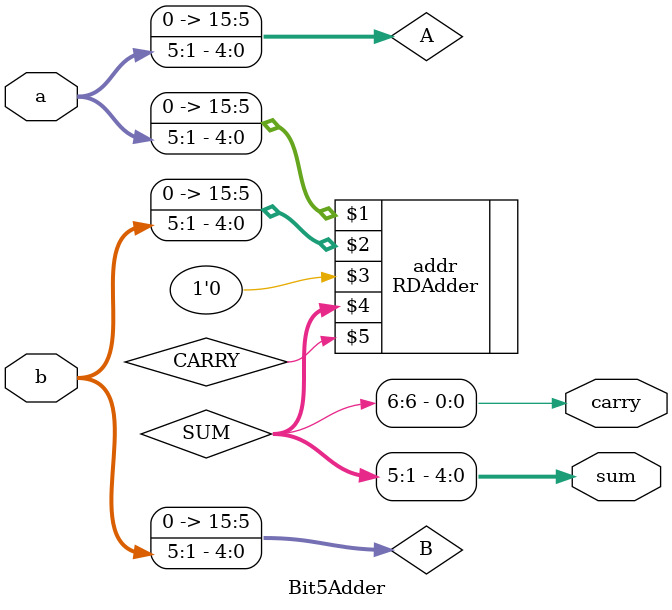
<source format=v>
`include "RDAdder16Bit.v"

module Bit5Adder (a, b, sum, carry);

input [5:1] a;
input [5:1] b;

output [5:1] sum;
output carry;

wire [16:1] A, B, SUM;
wire CARRY;

assign A[5:1] = a;
assign A[16:6] = 11'b00000000000;
assign B[5:1] = b;
assign B[16:6] = 11'b00000000000;

RDAdder addr (A, B, 1'b0, SUM, CARRY);

assign sum = SUM[5:1];
assign carry = SUM[6];

endmodule
</source>
